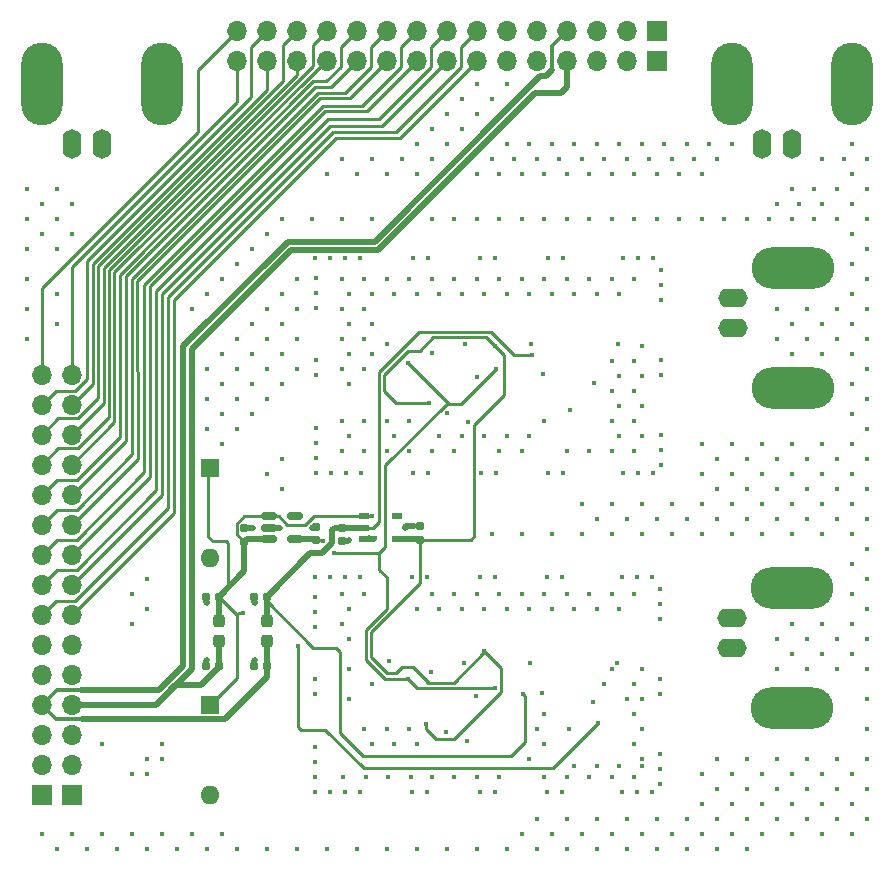
<source format=gbl>
G04 #@! TF.GenerationSoftware,KiCad,Pcbnew,7.0.7*
G04 #@! TF.CreationDate,2023-11-11T11:47:43+00:00*
G04 #@! TF.ProjectId,AD3 Front End Amplifier,41443320-4672-46f6-9e74-20456e642041,rev?*
G04 #@! TF.SameCoordinates,Original*
G04 #@! TF.FileFunction,Copper,L4,Bot*
G04 #@! TF.FilePolarity,Positive*
%FSLAX46Y46*%
G04 Gerber Fmt 4.6, Leading zero omitted, Abs format (unit mm)*
G04 Created by KiCad (PCBNEW 7.0.7) date 2023-11-11 11:47:43*
%MOMM*%
%LPD*%
G01*
G04 APERTURE LIST*
G04 Aperture macros list*
%AMRoundRect*
0 Rectangle with rounded corners*
0 $1 Rounding radius*
0 $2 $3 $4 $5 $6 $7 $8 $9 X,Y pos of 4 corners*
0 Add a 4 corners polygon primitive as box body*
4,1,4,$2,$3,$4,$5,$6,$7,$8,$9,$2,$3,0*
0 Add four circle primitives for the rounded corners*
1,1,$1+$1,$2,$3*
1,1,$1+$1,$4,$5*
1,1,$1+$1,$6,$7*
1,1,$1+$1,$8,$9*
0 Add four rect primitives between the rounded corners*
20,1,$1+$1,$2,$3,$4,$5,0*
20,1,$1+$1,$4,$5,$6,$7,0*
20,1,$1+$1,$6,$7,$8,$9,0*
20,1,$1+$1,$8,$9,$2,$3,0*%
G04 Aperture macros list end*
G04 #@! TA.AperFunction,ComponentPad*
%ADD10R,1.600000X1.600000*%
G04 #@! TD*
G04 #@! TA.AperFunction,ComponentPad*
%ADD11O,1.600000X1.600000*%
G04 #@! TD*
G04 #@! TA.AperFunction,ComponentPad*
%ADD12O,2.500000X1.600000*%
G04 #@! TD*
G04 #@! TA.AperFunction,ComponentPad*
%ADD13O,7.000000X3.500000*%
G04 #@! TD*
G04 #@! TA.AperFunction,SMDPad,CuDef*
%ADD14RoundRect,0.150000X-0.512500X-0.150000X0.512500X-0.150000X0.512500X0.150000X-0.512500X0.150000X0*%
G04 #@! TD*
G04 #@! TA.AperFunction,ComponentPad*
%ADD15R,1.700000X1.700000*%
G04 #@! TD*
G04 #@! TA.AperFunction,ComponentPad*
%ADD16O,1.700000X1.700000*%
G04 #@! TD*
G04 #@! TA.AperFunction,ComponentPad*
%ADD17O,1.600000X2.500000*%
G04 #@! TD*
G04 #@! TA.AperFunction,ComponentPad*
%ADD18O,3.500000X7.000000*%
G04 #@! TD*
G04 #@! TA.AperFunction,SMDPad,CuDef*
%ADD19R,0.900000X0.600000*%
G04 #@! TD*
G04 #@! TA.AperFunction,SMDPad,CuDef*
%ADD20RoundRect,0.237500X0.237500X-0.287500X0.237500X0.287500X-0.237500X0.287500X-0.237500X-0.287500X0*%
G04 #@! TD*
G04 #@! TA.AperFunction,SMDPad,CuDef*
%ADD21RoundRect,0.155000X0.212500X0.155000X-0.212500X0.155000X-0.212500X-0.155000X0.212500X-0.155000X0*%
G04 #@! TD*
G04 #@! TA.AperFunction,SMDPad,CuDef*
%ADD22RoundRect,0.155000X0.155000X-0.212500X0.155000X0.212500X-0.155000X0.212500X-0.155000X-0.212500X0*%
G04 #@! TD*
G04 #@! TA.AperFunction,ViaPad*
%ADD23C,0.450000*%
G04 #@! TD*
G04 #@! TA.AperFunction,Conductor*
%ADD24C,0.250000*%
G04 #@! TD*
G04 #@! TA.AperFunction,Conductor*
%ADD25C,0.349000*%
G04 #@! TD*
G04 #@! TA.AperFunction,Conductor*
%ADD26C,0.500000*%
G04 #@! TD*
G04 APERTURE END LIST*
D10*
X192024000Y-103674500D03*
D11*
X192024000Y-111294500D03*
D12*
X236270800Y-91846400D03*
D13*
X241350800Y-96926400D03*
X241350800Y-86766400D03*
D12*
X236270800Y-89306400D03*
D14*
X196982500Y-109662000D03*
X196982500Y-108712000D03*
X196982500Y-107762000D03*
X199257500Y-107762000D03*
X199257500Y-109662000D03*
D10*
X192024000Y-123698000D03*
D11*
X192024000Y-131318000D03*
D12*
X236220000Y-118872000D03*
D13*
X241300000Y-123952000D03*
X241300000Y-113792000D03*
D12*
X236220000Y-116332000D03*
D15*
X180340000Y-131318000D03*
D16*
X180340000Y-128778000D03*
X180340000Y-126238000D03*
X180340000Y-123698000D03*
X180340000Y-121158000D03*
X180340000Y-118618000D03*
X180340000Y-116078000D03*
X180340000Y-113538000D03*
X180340000Y-110998000D03*
X180340000Y-108458000D03*
X180340000Y-105918000D03*
X180340000Y-103378000D03*
X180340000Y-100838000D03*
X180340000Y-98298000D03*
X180340000Y-95758000D03*
D15*
X229870000Y-69215500D03*
D16*
X227330000Y-69215500D03*
X224790000Y-69215500D03*
X222250000Y-69215500D03*
X219710000Y-69215500D03*
X217170000Y-69215500D03*
X214630000Y-69215500D03*
X212090000Y-69215500D03*
X209550000Y-69215500D03*
X207010000Y-69215500D03*
X204470000Y-69215500D03*
X201930000Y-69215500D03*
X199390000Y-69215500D03*
X196850000Y-69215500D03*
X194310000Y-69215500D03*
D15*
X177793200Y-131328000D03*
D16*
X177793200Y-128788000D03*
X177793200Y-126248000D03*
X177793200Y-123708000D03*
X177793200Y-121168000D03*
X177793200Y-118628000D03*
X177793200Y-116088000D03*
X177793200Y-113548000D03*
X177793200Y-111008000D03*
X177793200Y-108468000D03*
X177793200Y-105928000D03*
X177793200Y-103388000D03*
X177793200Y-100848000D03*
X177793200Y-98308000D03*
X177793200Y-95768000D03*
X194310000Y-66675000D03*
X196850000Y-66675000D03*
X199390000Y-66675000D03*
X201930000Y-66675000D03*
X204470000Y-66675000D03*
X207010000Y-66675000D03*
X209550000Y-66675000D03*
X212090000Y-66675000D03*
X214630000Y-66675000D03*
X217170000Y-66675000D03*
X219710000Y-66675000D03*
X222250000Y-66675000D03*
X224790000Y-66675000D03*
X227330000Y-66675000D03*
D15*
X229870000Y-66675000D03*
D17*
X180340000Y-76200000D03*
D18*
X177800000Y-71120000D03*
X187960000Y-71120000D03*
D17*
X182880000Y-76200000D03*
X241300000Y-76200000D03*
D18*
X246380000Y-71120000D03*
X236220000Y-71120000D03*
D17*
X238760000Y-76200000D03*
D19*
X205099000Y-109662000D03*
X205099000Y-108712000D03*
X205099000Y-107762000D03*
X207899000Y-107762000D03*
X207899000Y-109662000D03*
D20*
X192786000Y-118336000D03*
X192786000Y-116586000D03*
X196850000Y-118336000D03*
X196850000Y-116586000D03*
D21*
X192786000Y-114554000D03*
X191651000Y-114554000D03*
X192786000Y-120396000D03*
X191651000Y-120396000D03*
X196850000Y-114554000D03*
X195715000Y-114554000D03*
X196850000Y-120396000D03*
X195715000Y-120396000D03*
D22*
X209801000Y-109728000D03*
X209801000Y-108593000D03*
X201041000Y-109787500D03*
X201041000Y-108652500D03*
X194945000Y-109914500D03*
X194945000Y-108779500D03*
X203197000Y-109847000D03*
X203197000Y-108712000D03*
D23*
X190500000Y-134620000D03*
X187960000Y-134620000D03*
X180340000Y-134620000D03*
X193040000Y-134620000D03*
X182880000Y-134620000D03*
X177800000Y-134620000D03*
X185420000Y-134620000D03*
X194310000Y-135890000D03*
X191770000Y-135890000D03*
X184150000Y-135890000D03*
X196850000Y-135890000D03*
X186690000Y-135890000D03*
X181610000Y-135890000D03*
X189230000Y-135890000D03*
X179070000Y-135890000D03*
X234950000Y-135890000D03*
X232410000Y-135890000D03*
X224790000Y-135890000D03*
X237490000Y-135890000D03*
X227330000Y-135890000D03*
X222250000Y-135890000D03*
X229870000Y-135890000D03*
X219710000Y-135890000D03*
X214630000Y-135890000D03*
X212090000Y-135890000D03*
X204470000Y-135890000D03*
X217170000Y-135890000D03*
X207010000Y-135890000D03*
X201930000Y-135890000D03*
X209550000Y-135890000D03*
X199390000Y-135890000D03*
X245745000Y-77470000D03*
X243840000Y-77470000D03*
X247650000Y-77470000D03*
X243205000Y-80010000D03*
X241300000Y-80010000D03*
X245110000Y-80010000D03*
X241935000Y-81280000D03*
X240030000Y-81280000D03*
X243840000Y-81280000D03*
X234315000Y-76200000D03*
X222885000Y-76200000D03*
X236220000Y-76200000D03*
X219075000Y-76200000D03*
X224790000Y-76200000D03*
X217170000Y-76200000D03*
X226695000Y-76200000D03*
X220980000Y-76200000D03*
X230505000Y-76200000D03*
X232410000Y-76200000D03*
X228600000Y-76200000D03*
X233045000Y-77470000D03*
X221615000Y-77470000D03*
X234950000Y-77470000D03*
X217805000Y-77470000D03*
X223520000Y-77470000D03*
X215900000Y-77470000D03*
X225425000Y-77470000D03*
X219710000Y-77470000D03*
X229235000Y-77470000D03*
X231140000Y-77470000D03*
X227330000Y-77470000D03*
X231775000Y-78740000D03*
X220345000Y-78740000D03*
X233680000Y-78740000D03*
X216535000Y-78740000D03*
X222250000Y-78740000D03*
X214630000Y-78740000D03*
X224155000Y-78740000D03*
X218440000Y-78740000D03*
X227965000Y-78740000D03*
X229870000Y-78740000D03*
X226060000Y-78740000D03*
X239395000Y-82550000D03*
X245110000Y-82550000D03*
X241300000Y-82550000D03*
X243205000Y-82550000D03*
X237490000Y-82550000D03*
X214630000Y-82550000D03*
X210820000Y-82550000D03*
X218440000Y-82550000D03*
X212725000Y-82550000D03*
X229870000Y-82550000D03*
X235585000Y-82550000D03*
X231775000Y-82550000D03*
X220345000Y-82550000D03*
X224155000Y-82550000D03*
X227965000Y-82550000D03*
X222250000Y-82550000D03*
X216535000Y-82550000D03*
X226060000Y-82550000D03*
X233680000Y-82550000D03*
X217170000Y-71120000D03*
X214630000Y-71120000D03*
X215900000Y-72390000D03*
X214630000Y-73660000D03*
X212090000Y-76200000D03*
X213360000Y-74930000D03*
X213360000Y-72390000D03*
X212090000Y-73660000D03*
X210820000Y-74930000D03*
X209550000Y-76200000D03*
X203200000Y-77470000D03*
X205740000Y-77470000D03*
X208280000Y-77470000D03*
X210820000Y-77470000D03*
X209550000Y-78740000D03*
X207010000Y-78740000D03*
X201930000Y-78740000D03*
X204470000Y-78740000D03*
X205740000Y-82550000D03*
X203200000Y-82550000D03*
X200660000Y-82550000D03*
X198120000Y-82550000D03*
X196850000Y-83820000D03*
X195580000Y-85090000D03*
X194310000Y-86360000D03*
X193040000Y-87630000D03*
X191770000Y-88900000D03*
X190500000Y-90170000D03*
X179070000Y-91440000D03*
X179070000Y-88900000D03*
X176530000Y-87630000D03*
X176530000Y-90170000D03*
X176530000Y-92710000D03*
X179070000Y-85090000D03*
X176530000Y-85090000D03*
X180340000Y-83820000D03*
X177800000Y-83820000D03*
X176530000Y-82550000D03*
X176530000Y-80010000D03*
X180340000Y-81280000D03*
X179070000Y-80010000D03*
X177800000Y-81280000D03*
X179070000Y-82550000D03*
X185420000Y-129540000D03*
X186690000Y-129540000D03*
X186690000Y-128270000D03*
X187960000Y-128270000D03*
X187960000Y-127000000D03*
X182880000Y-127000000D03*
X185420000Y-116840000D03*
X185420000Y-114300000D03*
X186690000Y-115570000D03*
X186690000Y-113030000D03*
X196850000Y-104140000D03*
X198120000Y-105410000D03*
X198120000Y-102870000D03*
X246380000Y-116840000D03*
X241300000Y-116840000D03*
X243840000Y-116840000D03*
X247650000Y-125730000D03*
X247650000Y-120650000D03*
X247650000Y-123190000D03*
X247650000Y-115570000D03*
X247650000Y-118110000D03*
X247650000Y-110490000D03*
X246380000Y-114300000D03*
X246380000Y-111760000D03*
X247650000Y-113030000D03*
X246380000Y-99060000D03*
X246380000Y-96520000D03*
X246380000Y-76200000D03*
X246380000Y-78740000D03*
X246380000Y-81280000D03*
X246380000Y-83820000D03*
X246380000Y-86360000D03*
X246380000Y-88900000D03*
X247650000Y-80010000D03*
X247650000Y-82550000D03*
X247650000Y-85090000D03*
X247650000Y-87630000D03*
X247650000Y-90170000D03*
X247650000Y-92710000D03*
X247650000Y-95250000D03*
X247650000Y-97790000D03*
X247650000Y-100330000D03*
X243840000Y-91440000D03*
X242570000Y-92710000D03*
X240030000Y-92710000D03*
X245110000Y-90170000D03*
X243840000Y-93980000D03*
X240030000Y-90170000D03*
X246380000Y-93980000D03*
X246380000Y-91440000D03*
X241300000Y-91440000D03*
X241300000Y-93980000D03*
X245110000Y-92710000D03*
X242570000Y-90170000D03*
X245110000Y-120650000D03*
X240030000Y-120650000D03*
X242570000Y-120650000D03*
X242570000Y-118110000D03*
X245110000Y-118110000D03*
X241300000Y-119380000D03*
X243840000Y-119380000D03*
X246380000Y-119380000D03*
X240030000Y-118110000D03*
X199390000Y-87630000D03*
X198120000Y-88900000D03*
X199390000Y-90170000D03*
X196850000Y-90170000D03*
X198120000Y-91440000D03*
X195580000Y-91440000D03*
X193040000Y-101600000D03*
X191770000Y-100330000D03*
X194310000Y-100330000D03*
X191770000Y-97790000D03*
X193040000Y-99060000D03*
X196850000Y-97790000D03*
X194310000Y-97790000D03*
X195580000Y-99060000D03*
X193040000Y-93980000D03*
X198120000Y-93980000D03*
X199390000Y-92710000D03*
X195580000Y-93980000D03*
X194310000Y-92710000D03*
X196850000Y-92710000D03*
X195580000Y-96520000D03*
X198120000Y-96520000D03*
X193040000Y-96520000D03*
X194310000Y-95250000D03*
X196850000Y-95250000D03*
X199390000Y-95250000D03*
X191770000Y-95250000D03*
X218440000Y-109220000D03*
X215900000Y-109220000D03*
X220980000Y-109220000D03*
X228600000Y-109220000D03*
X229870000Y-107950000D03*
X231140000Y-109220000D03*
X224790000Y-107950000D03*
X228600000Y-106680000D03*
X223520000Y-106680000D03*
X226060000Y-109220000D03*
X232410000Y-107950000D03*
X231140000Y-106680000D03*
X226060000Y-106680000D03*
X227330000Y-107950000D03*
X223520000Y-109220000D03*
X229870000Y-133350000D03*
X224790000Y-133350000D03*
X232410000Y-133350000D03*
X219710000Y-133350000D03*
X227330000Y-133350000D03*
X222250000Y-133350000D03*
X218440000Y-134620000D03*
X226060000Y-134620000D03*
X223520000Y-134620000D03*
X220980000Y-134620000D03*
X231140000Y-134620000D03*
X228600000Y-134620000D03*
X240030000Y-133350000D03*
X234950000Y-133350000D03*
X237490000Y-133350000D03*
X242570000Y-133350000D03*
X245110000Y-133350000D03*
X247650000Y-133350000D03*
X236220000Y-134620000D03*
X238760000Y-134620000D03*
X241300000Y-134620000D03*
X243840000Y-134620000D03*
X246380000Y-134620000D03*
X233680000Y-134620000D03*
X240030000Y-130810000D03*
X234950000Y-130810000D03*
X237490000Y-130810000D03*
X242570000Y-130810000D03*
X245110000Y-130810000D03*
X247650000Y-130810000D03*
X236220000Y-132080000D03*
X238760000Y-132080000D03*
X241300000Y-132080000D03*
X243840000Y-132080000D03*
X246380000Y-132080000D03*
X233680000Y-132080000D03*
X240030000Y-128270000D03*
X234950000Y-128270000D03*
X237490000Y-128270000D03*
X242570000Y-128270000D03*
X245110000Y-128270000D03*
X247650000Y-128270000D03*
X236220000Y-129540000D03*
X238760000Y-129540000D03*
X241300000Y-129540000D03*
X243840000Y-129540000D03*
X246380000Y-129540000D03*
X233680000Y-129540000D03*
X240030000Y-107950000D03*
X234950000Y-107950000D03*
X237490000Y-107950000D03*
X242570000Y-107950000D03*
X245110000Y-107950000D03*
X247650000Y-107950000D03*
X236220000Y-109220000D03*
X238760000Y-109220000D03*
X241300000Y-109220000D03*
X243840000Y-109220000D03*
X246380000Y-109220000D03*
X233680000Y-109220000D03*
X240030000Y-105410000D03*
X234950000Y-105410000D03*
X237490000Y-105410000D03*
X242570000Y-105410000D03*
X245110000Y-105410000D03*
X247650000Y-105410000D03*
X236220000Y-106680000D03*
X238760000Y-106680000D03*
X241300000Y-106680000D03*
X243840000Y-106680000D03*
X246380000Y-106680000D03*
X233680000Y-106680000D03*
X243840000Y-104140000D03*
X233680000Y-104140000D03*
X241300000Y-104140000D03*
X236220000Y-104140000D03*
X238760000Y-104140000D03*
X246380000Y-104140000D03*
X245110000Y-102870000D03*
X234950000Y-102870000D03*
X242570000Y-102870000D03*
X237490000Y-102870000D03*
X240030000Y-102870000D03*
X247650000Y-102870000D03*
X246380000Y-101600000D03*
X243840000Y-101600000D03*
X241300000Y-101600000D03*
X238760000Y-101600000D03*
X236220000Y-101600000D03*
X233680000Y-101600000D03*
X227330000Y-123190000D03*
X226060000Y-120650000D03*
X225425000Y-121920000D03*
X220345000Y-124460000D03*
X219710000Y-125730000D03*
X220345000Y-127000000D03*
X219075000Y-128270000D03*
X208915000Y-125730000D03*
X207010000Y-125730000D03*
X205105000Y-125730000D03*
X209550000Y-127000000D03*
X207645000Y-127000000D03*
X205740000Y-127000000D03*
X227965000Y-121920000D03*
X228600000Y-125730000D03*
X227965000Y-124460000D03*
X228600000Y-123190000D03*
X228600000Y-128270000D03*
X227965000Y-127000000D03*
X228600000Y-120650000D03*
X228600000Y-128905000D03*
X222885000Y-128905000D03*
X226695000Y-128905000D03*
X224790000Y-128905000D03*
X207137000Y-129794000D03*
X209042000Y-129794000D03*
X205232000Y-129794000D03*
X203327000Y-129794000D03*
X210820000Y-129794000D03*
X227965000Y-129794000D03*
X224155000Y-129794000D03*
X220345000Y-129794000D03*
X214630000Y-129794000D03*
X222250000Y-129794000D03*
X226060000Y-129794000D03*
X212725000Y-129794000D03*
X216535000Y-129794000D03*
X203835000Y-120650000D03*
X203200000Y-116840000D03*
X203835000Y-118110000D03*
X205740000Y-121920000D03*
X203835000Y-123190000D03*
X203200000Y-114300000D03*
X222885000Y-115570000D03*
X211455000Y-115570000D03*
X224790000Y-115570000D03*
X209550000Y-115570000D03*
X210820000Y-114300000D03*
X213360000Y-115570000D03*
X217170000Y-115570000D03*
X226695000Y-115570000D03*
X205105000Y-114300000D03*
X220980000Y-115570000D03*
X219075000Y-115570000D03*
X222250000Y-114300000D03*
X227965000Y-114300000D03*
X224155000Y-114300000D03*
X212725000Y-114300000D03*
X216535000Y-114300000D03*
X203835000Y-115570000D03*
X220345000Y-114300000D03*
X214630000Y-114300000D03*
X218440000Y-114300000D03*
X226060000Y-114300000D03*
X215265000Y-115570000D03*
X228600000Y-93345000D03*
X226060000Y-94615000D03*
X227965000Y-94615000D03*
X227965000Y-97155000D03*
X226060000Y-97155000D03*
X228600000Y-95885000D03*
X226695000Y-95885000D03*
X227965000Y-99695000D03*
X226060000Y-99695000D03*
X228600000Y-98425000D03*
X226695000Y-98425000D03*
X228600000Y-100965000D03*
X226695000Y-100965000D03*
X220345000Y-99695000D03*
X215265000Y-100965000D03*
X219075000Y-100965000D03*
X217170000Y-100965000D03*
X213360000Y-100965000D03*
X211455000Y-100965000D03*
X208915000Y-99695000D03*
X207010000Y-99695000D03*
X207645000Y-100965000D03*
X207010000Y-102235000D03*
X210820000Y-102235000D03*
X222250000Y-102235000D03*
X227965000Y-102235000D03*
X224155000Y-102235000D03*
X212725000Y-102235000D03*
X216535000Y-102235000D03*
X208915000Y-102235000D03*
X218440000Y-102235000D03*
X226060000Y-102235000D03*
X203200000Y-99695000D03*
X203200000Y-102235000D03*
X205105000Y-102235000D03*
X205105000Y-99695000D03*
X203835000Y-100965000D03*
X203200000Y-95250000D03*
X205105000Y-95250000D03*
X203835000Y-96520000D03*
X203200000Y-92710000D03*
X205105000Y-92710000D03*
X203835000Y-93980000D03*
X205740000Y-93980000D03*
X203200000Y-90170000D03*
X205105000Y-90170000D03*
X203835000Y-91440000D03*
X205740000Y-91440000D03*
X207645000Y-88900000D03*
X203835000Y-88900000D03*
X211455000Y-88900000D03*
X205740000Y-88900000D03*
X222885000Y-88900000D03*
X224790000Y-88900000D03*
X213360000Y-88900000D03*
X217170000Y-88900000D03*
X220980000Y-88900000D03*
X215265000Y-88900000D03*
X209550000Y-88900000D03*
X219075000Y-88900000D03*
X226695000Y-88900000D03*
X227965000Y-87630000D03*
X222250000Y-87630000D03*
X226060000Y-87630000D03*
X224155000Y-87630000D03*
X220345000Y-87630000D03*
X218440000Y-87630000D03*
X216535000Y-87630000D03*
X214630000Y-87630000D03*
X212725000Y-87630000D03*
X210820000Y-87630000D03*
X208915000Y-87630000D03*
X207010000Y-87630000D03*
X205105000Y-87630000D03*
X203200000Y-87630000D03*
X194818000Y-115951000D03*
X199517000Y-118745000D03*
X224917000Y-125222000D03*
X205756500Y-107737500D03*
X219329000Y-94107000D03*
X201580056Y-109886056D03*
X202565000Y-110871000D03*
X218567000Y-122809000D03*
X210566000Y-98171000D03*
X216154000Y-93345000D03*
X210312000Y-125349000D03*
X215265000Y-119126000D03*
X208788000Y-94742000D03*
X216281000Y-95250000D03*
X216154000Y-122301000D03*
X208788000Y-121539000D03*
X208534000Y-108712000D03*
X203835000Y-109728000D03*
X205962500Y-109601000D03*
X200660000Y-108712000D03*
X195707000Y-108712000D03*
X197993000Y-108712000D03*
X195834000Y-119888000D03*
X191770000Y-119888000D03*
X191770000Y-115062000D03*
X195834000Y-115062000D03*
X226558450Y-93167200D03*
X219192450Y-93167200D03*
X213604450Y-93167200D03*
X214620450Y-95961200D03*
X212080450Y-99009200D03*
X213858450Y-99771200D03*
X210810450Y-93929200D03*
X220208450Y-95707200D03*
X224526450Y-96469200D03*
X222494450Y-98755200D03*
X207025850Y-93192600D03*
X200964800Y-87543600D03*
X200964800Y-88813600D03*
X200964800Y-90083600D03*
X200964800Y-94528600D03*
X200964800Y-95798600D03*
X200964800Y-100243600D03*
X200964800Y-101513600D03*
X200964800Y-102783600D03*
X200964800Y-104053600D03*
X202234800Y-104053600D03*
X203504800Y-104053600D03*
X204774800Y-104053600D03*
X209219800Y-104053600D03*
X210489800Y-104053600D03*
X214934800Y-104053600D03*
X216204800Y-104053600D03*
X220649800Y-104053600D03*
X221919800Y-104053600D03*
X226999800Y-104053600D03*
X228269800Y-104053600D03*
X229539800Y-104053600D03*
X230174800Y-103418600D03*
X230174800Y-102148600D03*
X230174800Y-100878600D03*
X230174800Y-95798600D03*
X230174800Y-94528600D03*
X230174800Y-89448600D03*
X230174800Y-88178600D03*
X230174800Y-86908600D03*
X200939400Y-85867200D03*
X202209400Y-85867200D03*
X221894400Y-85867200D03*
X204749400Y-85867200D03*
X203479400Y-85867200D03*
X210464400Y-85867200D03*
X214909400Y-85867200D03*
X216179400Y-85867200D03*
X220624400Y-85867200D03*
X209194400Y-85867200D03*
X229514400Y-85867200D03*
X228244400Y-85867200D03*
X226974400Y-85867200D03*
X226558450Y-93167200D03*
X219192450Y-93167200D03*
X213604450Y-93167200D03*
X214620450Y-95961200D03*
X212080450Y-99009200D03*
X213858450Y-99771200D03*
X210810450Y-93929200D03*
X220208450Y-95707200D03*
X224526450Y-96469200D03*
X222494450Y-98755200D03*
X207025850Y-93192600D03*
X200964800Y-87543600D03*
X200964800Y-88813600D03*
X200964800Y-90083600D03*
X200964800Y-94528600D03*
X200964800Y-95798600D03*
X200964800Y-100243600D03*
X200964800Y-101513600D03*
X200964800Y-102783600D03*
X200964800Y-104053600D03*
X202234800Y-104053600D03*
X203504800Y-104053600D03*
X204774800Y-104053600D03*
X209219800Y-104053600D03*
X210489800Y-104053600D03*
X214934800Y-104053600D03*
X216204800Y-104053600D03*
X220649800Y-104053600D03*
X221919800Y-104053600D03*
X226999800Y-104053600D03*
X228269800Y-104053600D03*
X229539800Y-104053600D03*
X230174800Y-103418600D03*
X230174800Y-102148600D03*
X230174800Y-100878600D03*
X230174800Y-95798600D03*
X230174800Y-94528600D03*
X230174800Y-89448600D03*
X230174800Y-88178600D03*
X230174800Y-86908600D03*
X200939400Y-85867200D03*
X202209400Y-85867200D03*
X221894400Y-85867200D03*
X204749400Y-85867200D03*
X203479400Y-85867200D03*
X210464400Y-85867200D03*
X214909400Y-85867200D03*
X216179400Y-85867200D03*
X220624400Y-85867200D03*
X209194400Y-85867200D03*
X229514400Y-85867200D03*
X228244400Y-85867200D03*
X226974400Y-85867200D03*
X226923600Y-112892800D03*
X228193600Y-112892800D03*
X229463600Y-112892800D03*
X209143600Y-112892800D03*
X220573600Y-112892800D03*
X216128600Y-112892800D03*
X214858600Y-112892800D03*
X210413600Y-112892800D03*
X203428600Y-112892800D03*
X204698600Y-112892800D03*
X221843600Y-112892800D03*
X202158600Y-112892800D03*
X200888600Y-112892800D03*
X230124000Y-113934200D03*
X230124000Y-115204200D03*
X230124000Y-116474200D03*
X230124000Y-121554200D03*
X230124000Y-122824200D03*
X230124000Y-127904200D03*
X230124000Y-129174200D03*
X230124000Y-130444200D03*
X229489000Y-131079200D03*
X228219000Y-131079200D03*
X226949000Y-131079200D03*
X221869000Y-131079200D03*
X220599000Y-131079200D03*
X216154000Y-131079200D03*
X214884000Y-131079200D03*
X210439000Y-131079200D03*
X209169000Y-131079200D03*
X204724000Y-131079200D03*
X203454000Y-131079200D03*
X202184000Y-131079200D03*
X200914000Y-131079200D03*
X200914000Y-129809200D03*
X200914000Y-128539200D03*
X200914000Y-127269200D03*
X200914000Y-122824200D03*
X200914000Y-121554200D03*
X200914000Y-117109200D03*
X200914000Y-115839200D03*
X200914000Y-114569200D03*
X207162400Y-119989600D03*
X222443650Y-125780800D03*
X224475650Y-123494800D03*
X220157650Y-122732800D03*
X210759650Y-120954800D03*
X213807650Y-126796800D03*
X212029650Y-126034800D03*
X214569650Y-122986800D03*
X213553650Y-120192800D03*
X219141650Y-120192800D03*
X226507650Y-120192800D03*
D24*
X217805000Y-94107000D02*
X219329000Y-94107000D01*
X215831000Y-92133000D02*
X217805000Y-94107000D01*
X206306000Y-95571604D02*
X209744604Y-92133000D01*
X206306000Y-108205000D02*
X206306000Y-95571604D01*
X205799000Y-108712000D02*
X206306000Y-108205000D01*
X209744604Y-92133000D02*
X215831000Y-92133000D01*
X205099000Y-108712000D02*
X205799000Y-108712000D01*
X206756000Y-97155000D02*
X207772000Y-98171000D01*
X208788000Y-93726000D02*
X206756000Y-95758000D01*
X210947000Y-92583000D02*
X209804000Y-93726000D01*
X206756000Y-95758000D02*
X206756000Y-97155000D01*
X215392000Y-92583000D02*
X210947000Y-92583000D01*
X216154000Y-93345000D02*
X215392000Y-92583000D01*
X209804000Y-93726000D02*
X208788000Y-93726000D01*
X207772000Y-98171000D02*
X210566000Y-98171000D01*
X205682000Y-119701604D02*
X205682000Y-117534396D01*
X209801000Y-113415396D02*
X209801000Y-109728000D01*
X207011396Y-121031000D02*
X205682000Y-119701604D01*
X205682000Y-117534396D02*
X209801000Y-113415396D01*
X207772000Y-121031000D02*
X207011396Y-121031000D01*
X209238000Y-120523000D02*
X208280000Y-120523000D01*
X210566000Y-121851000D02*
X209238000Y-120523000D01*
X208280000Y-120523000D02*
X207772000Y-121031000D01*
X206883000Y-121539000D02*
X208788000Y-121539000D01*
X205232000Y-119888000D02*
X206883000Y-121539000D01*
X207010000Y-112903000D02*
X207010000Y-115570000D01*
X206375000Y-112268000D02*
X207010000Y-112903000D01*
X206375000Y-110871000D02*
X206375000Y-112268000D01*
X207010000Y-115570000D02*
X205232000Y-117348000D01*
X205232000Y-117348000D02*
X205232000Y-119888000D01*
X210566000Y-121851000D02*
X212673268Y-121851000D01*
X210439000Y-121851000D02*
X210566000Y-121851000D01*
X215265000Y-119259268D02*
X215265000Y-119126000D01*
X212673268Y-121851000D02*
X215265000Y-119259268D01*
X214122000Y-109728000D02*
X209801000Y-109728000D01*
X214384800Y-100022668D02*
X214384800Y-109465200D01*
X216916000Y-97491468D02*
X214384800Y-100022668D01*
X216916000Y-94107000D02*
X216916000Y-97491468D01*
X214384800Y-109465200D02*
X214122000Y-109728000D01*
X216154000Y-93345000D02*
X216916000Y-94107000D01*
X193548000Y-113792000D02*
X192786000Y-114554000D01*
X193548000Y-109982000D02*
X193548000Y-113792000D01*
X193421000Y-109855000D02*
X193548000Y-109982000D01*
X191897000Y-109474000D02*
X192278000Y-109855000D01*
X192278000Y-109855000D02*
X193421000Y-109855000D01*
X191897000Y-103801500D02*
X191897000Y-109474000D01*
X192024000Y-103674500D02*
X191897000Y-103801500D01*
D25*
X179073200Y-122428000D02*
X181102000Y-122428000D01*
X177793200Y-123708000D02*
X179073200Y-122428000D01*
D26*
X187706000Y-122428000D02*
X181102000Y-122428000D01*
X189738000Y-120396000D02*
X187706000Y-122428000D01*
X198616850Y-84492200D02*
X189738000Y-93371050D01*
X205983350Y-84492200D02*
X205613000Y-84492200D01*
X189738000Y-93371050D02*
X189738000Y-120396000D01*
X217945275Y-72530275D02*
X205983350Y-84492200D01*
X220487000Y-70515500D02*
X219960050Y-70515500D01*
X219960050Y-70515500D02*
X217945275Y-72530275D01*
X221025500Y-69977000D02*
X220487000Y-70515500D01*
X205613000Y-84492200D02*
X198616850Y-84492200D01*
D25*
X221025500Y-67899500D02*
X221025500Y-69977000D01*
X222250000Y-66675000D02*
X221025500Y-67899500D01*
D26*
X222250000Y-71374000D02*
X221742000Y-71882000D01*
X222250000Y-69215500D02*
X222250000Y-71374000D01*
X190500000Y-120650000D02*
X187452000Y-123698000D01*
X190500000Y-93599000D02*
X190500000Y-120650000D01*
X206273300Y-85192200D02*
X198906800Y-85192200D01*
X219583500Y-71882000D02*
X206273300Y-85192200D01*
X198906800Y-85192200D02*
X190500000Y-93599000D01*
X221742000Y-71882000D02*
X219583500Y-71882000D01*
D24*
X194437000Y-115951000D02*
X194310000Y-116078000D01*
X194818000Y-115951000D02*
X194437000Y-115951000D01*
X199517000Y-125603000D02*
X199517000Y-118745000D01*
X199771000Y-125857000D02*
X199517000Y-125603000D01*
X201803000Y-125857000D02*
X199771000Y-125857000D01*
X205035200Y-129089200D02*
X201803000Y-125857000D01*
X221049800Y-129089200D02*
X205035200Y-129089200D01*
X224917000Y-125222000D02*
X221049800Y-129089200D01*
X205123500Y-107737500D02*
X205099000Y-107762000D01*
X205756500Y-107737500D02*
X205123500Y-107737500D01*
X206883000Y-103428832D02*
X206883000Y-110363000D01*
X206883000Y-110363000D02*
X206375000Y-110871000D01*
X212089282Y-98222550D02*
X206883000Y-103428832D01*
X212268550Y-98222550D02*
X212089282Y-98222550D01*
X201041000Y-109787500D02*
X201481500Y-109787500D01*
X201481500Y-109787500D02*
X201580056Y-109886056D01*
X202565000Y-110871000D02*
X202692000Y-110871000D01*
X206375000Y-110871000D02*
X202565000Y-110871000D01*
X197856173Y-107762000D02*
X196982500Y-107762000D01*
X198552173Y-108458000D02*
X197856173Y-107762000D01*
X200796828Y-107762000D02*
X200100828Y-108458000D01*
X205099000Y-107762000D02*
X200796828Y-107762000D01*
X200100828Y-108458000D02*
X198552173Y-108458000D01*
D26*
X200719500Y-108652500D02*
X200660000Y-108712000D01*
X201041000Y-108652500D02*
X200719500Y-108652500D01*
X200915500Y-109662000D02*
X201041000Y-109787500D01*
X199257500Y-109662000D02*
X200915500Y-109662000D01*
X202603901Y-108712000D02*
X204594000Y-108712000D01*
X202378000Y-110042000D02*
X202378000Y-108937901D01*
X201549000Y-110871000D02*
X202378000Y-110042000D01*
X196850000Y-114554000D02*
X200533000Y-110871000D01*
X200533000Y-110871000D02*
X201549000Y-110871000D01*
X202378000Y-108937901D02*
X202603901Y-108712000D01*
D24*
X209801000Y-109728000D02*
X209801000Y-110233000D01*
D26*
X209735000Y-109662000D02*
X207899000Y-109662000D01*
X209801000Y-109728000D02*
X209735000Y-109662000D01*
X208653000Y-108593000D02*
X208534000Y-108712000D01*
X209296000Y-108593000D02*
X208653000Y-108593000D01*
X203716000Y-109847000D02*
X203197000Y-109847000D01*
X203835000Y-109728000D02*
X203716000Y-109847000D01*
D24*
X218694000Y-122936000D02*
X218567000Y-122809000D01*
X218694000Y-126873000D02*
X218694000Y-122936000D01*
X203073000Y-119253000D02*
X203073000Y-126111000D01*
X202692000Y-118872000D02*
X203073000Y-119253000D01*
X203073000Y-126111000D02*
X204978000Y-128016000D01*
X217551000Y-128016000D02*
X218694000Y-126873000D01*
X200787000Y-118872000D02*
X202692000Y-118872000D01*
X196850000Y-114935000D02*
X200787000Y-118872000D01*
X196850000Y-114554000D02*
X196850000Y-114935000D01*
X204978000Y-128016000D02*
X217551000Y-128016000D01*
X211201000Y-126619000D02*
X210312000Y-125730000D01*
X212725000Y-126619000D02*
X211201000Y-126619000D01*
X210312000Y-125730000D02*
X210312000Y-125349000D01*
X216704000Y-122640000D02*
X212725000Y-126619000D01*
X216704000Y-120565000D02*
X216704000Y-122640000D01*
X215265000Y-119126000D02*
X216704000Y-120565000D01*
X212268550Y-98222550D02*
X208788000Y-94742000D01*
X213308450Y-98222550D02*
X212268550Y-98222550D01*
X213308450Y-98222550D02*
X216281000Y-95250000D01*
X209550000Y-122301000D02*
X216154000Y-122301000D01*
X208788000Y-121539000D02*
X209550000Y-122301000D01*
D26*
X196850000Y-121372000D02*
X196850000Y-120396000D01*
X193274000Y-124948000D02*
X196850000Y-121372000D01*
X181209000Y-124948000D02*
X193274000Y-124948000D01*
X181183500Y-124922500D02*
X181209000Y-124948000D01*
D25*
X181183500Y-124922500D02*
X181229000Y-124968000D01*
X179007700Y-124922500D02*
X181183500Y-124922500D01*
X177793200Y-123708000D02*
X179007700Y-124922500D01*
D26*
X192786000Y-120484099D02*
X192786000Y-120396000D01*
X191223099Y-122047000D02*
X192786000Y-120484099D01*
X189103000Y-122047000D02*
X191223099Y-122047000D01*
X187452000Y-123698000D02*
X189103000Y-122047000D01*
X180340000Y-123698000D02*
X187452000Y-123698000D01*
X205425000Y-109662000D02*
X205486000Y-109601000D01*
X205070500Y-109662000D02*
X205901500Y-109662000D01*
D24*
X194310000Y-109279500D02*
X194945000Y-109914500D01*
X194310000Y-108368177D02*
X194310000Y-109279500D01*
X194916177Y-107762000D02*
X194310000Y-108368177D01*
X196982500Y-107762000D02*
X194916177Y-107762000D01*
D26*
X194945000Y-112395000D02*
X192786000Y-114554000D01*
X194945000Y-109914500D02*
X194945000Y-112395000D01*
X195197500Y-109662000D02*
X194945000Y-109914500D01*
X196982500Y-109662000D02*
X195197500Y-109662000D01*
X194945000Y-108712000D02*
X195707000Y-108712000D01*
X196982500Y-108712000D02*
X197993000Y-108712000D01*
D24*
X194310000Y-121412000D02*
X192024000Y-123698000D01*
X194310000Y-116078000D02*
X194310000Y-121412000D01*
X192786000Y-114554000D02*
X194310000Y-116078000D01*
D26*
X195715000Y-120007000D02*
X195834000Y-119888000D01*
X195715000Y-120396000D02*
X195715000Y-120007000D01*
X191651000Y-120007000D02*
X191770000Y-119888000D01*
X191651000Y-120396000D02*
X191651000Y-120007000D01*
X191651000Y-114943000D02*
X191770000Y-115062000D01*
X191651000Y-114554000D02*
X191651000Y-114943000D01*
X195715000Y-114943000D02*
X195834000Y-115062000D01*
X195715000Y-114554000D02*
X195715000Y-114943000D01*
X192786000Y-118336000D02*
X192786000Y-120396000D01*
X192786000Y-116586000D02*
X192786000Y-114554000D01*
X196850000Y-116586000D02*
X196850000Y-114554000D01*
X196850000Y-118336000D02*
X196850000Y-120396000D01*
D24*
X208153500Y-75692000D02*
X214630000Y-69215500D01*
X188976000Y-89408000D02*
X202692000Y-75692000D01*
X188976000Y-107442000D02*
X188976000Y-89408000D01*
X202692000Y-75692000D02*
X208153500Y-75692000D01*
X180340000Y-116078000D02*
X188976000Y-107442000D01*
X180636701Y-114903000D02*
X178978200Y-114903000D01*
X188468000Y-107071701D02*
X180636701Y-114903000D01*
X188468000Y-89154000D02*
X188468000Y-107071701D01*
X178978200Y-114903000D02*
X177793200Y-116088000D01*
X202438000Y-75184000D02*
X188468000Y-89154000D01*
X207783201Y-75184000D02*
X202438000Y-75184000D01*
X213265000Y-69702201D02*
X207783201Y-75184000D01*
X213265000Y-68040000D02*
X213265000Y-69702201D01*
X214630000Y-66675000D02*
X213265000Y-68040000D01*
X202184000Y-74676000D02*
X206629500Y-74676000D01*
X187960000Y-88900000D02*
X202184000Y-74676000D01*
X187960000Y-105918000D02*
X187960000Y-88900000D01*
X206629500Y-74676000D02*
X212090000Y-69215500D01*
X180340000Y-113538000D02*
X187960000Y-105918000D01*
X179073200Y-112268000D02*
X177793200Y-113548000D01*
X187452000Y-88646000D02*
X187452000Y-105547701D01*
X187452000Y-105547701D02*
X180731701Y-112268000D01*
X206326805Y-74100396D02*
X201997604Y-74100396D01*
X180731701Y-112268000D02*
X179073200Y-112268000D01*
X210725000Y-69702201D02*
X206326805Y-74100396D01*
X210725000Y-68040000D02*
X210725000Y-69702201D01*
X201997604Y-74100396D02*
X187452000Y-88646000D01*
X212090000Y-66675000D02*
X210725000Y-68040000D01*
X179073200Y-109728000D02*
X177793200Y-111008000D01*
X180731701Y-109728000D02*
X179073200Y-109728000D01*
X186436000Y-104023701D02*
X180731701Y-109728000D01*
X186436000Y-88138000D02*
X186436000Y-104023701D01*
X204867003Y-73020198D02*
X201553802Y-73020198D01*
X201553802Y-73020198D02*
X186436000Y-88138000D01*
X208185000Y-68040000D02*
X208185000Y-69702201D01*
X209550000Y-66675000D02*
X208185000Y-68040000D01*
X208185000Y-69702201D02*
X204867003Y-73020198D01*
X201740198Y-73470198D02*
X205295302Y-73470198D01*
X205295302Y-73470198D02*
X209550000Y-69215500D01*
X186944000Y-88266396D02*
X201740198Y-73470198D01*
X186944000Y-104394000D02*
X186944000Y-88266396D01*
X180340000Y-110998000D02*
X186944000Y-104394000D01*
X201354396Y-72332000D02*
X203893500Y-72332000D01*
X185870000Y-87816396D02*
X201354396Y-72332000D01*
X185870000Y-95446000D02*
X185870000Y-87816396D01*
X203893500Y-72332000D02*
X207010000Y-69215500D01*
X185928000Y-102870000D02*
X185928000Y-95504000D01*
X185928000Y-95504000D02*
X185870000Y-95446000D01*
X180340000Y-108458000D02*
X185928000Y-102870000D01*
X179073200Y-107188000D02*
X177793200Y-108468000D01*
X180731701Y-107188000D02*
X179073200Y-107188000D01*
X185420000Y-102499701D02*
X180731701Y-107188000D01*
X205645000Y-69702201D02*
X203465201Y-71882000D01*
X205645000Y-68040000D02*
X205645000Y-69702201D01*
X203465201Y-71882000D02*
X201168000Y-71882000D01*
X185420000Y-87630000D02*
X185420000Y-102499701D01*
X201168000Y-71882000D02*
X185420000Y-87630000D01*
X207010000Y-66675000D02*
X205645000Y-68040000D01*
X184916188Y-101341812D02*
X180340000Y-105918000D01*
X200913386Y-71382990D02*
X184916188Y-87380188D01*
X184916188Y-87380188D02*
X184916188Y-101341812D01*
X202302510Y-71382990D02*
X200913386Y-71382990D01*
X204470000Y-69215500D02*
X202302510Y-71382990D01*
X179073200Y-104648000D02*
X177793200Y-105928000D01*
X184368000Y-101011701D02*
X180731701Y-104648000D01*
X200726990Y-70932990D02*
X184368000Y-87291980D01*
X180731701Y-104648000D02*
X179073200Y-104648000D01*
X201874211Y-70932990D02*
X200726990Y-70932990D01*
X203105000Y-69702201D02*
X201874211Y-70932990D01*
X184368000Y-87291980D02*
X184368000Y-101011701D01*
X203105000Y-68040000D02*
X203105000Y-69702201D01*
X204470000Y-66675000D02*
X203105000Y-68040000D01*
X183918000Y-87105584D02*
X183918000Y-87122000D01*
X201808084Y-69215500D02*
X183918000Y-87105584D01*
X201930000Y-69215500D02*
X201808084Y-69215500D01*
X183918000Y-87122000D02*
X183918000Y-99800000D01*
X183918000Y-99800000D02*
X180340000Y-103378000D01*
X200755000Y-67850000D02*
X201930000Y-66675000D01*
X200755000Y-69632188D02*
X200755000Y-67850000D01*
X183468000Y-86919188D02*
X200755000Y-69632188D01*
X183468000Y-99371701D02*
X183468000Y-86919188D01*
X180826701Y-102013000D02*
X183468000Y-99371701D01*
X179168200Y-102013000D02*
X180826701Y-102013000D01*
X177793200Y-103388000D02*
X179168200Y-102013000D01*
X183018000Y-86732792D02*
X183018000Y-98160000D01*
X199390000Y-70360792D02*
X183018000Y-86732792D01*
X199390000Y-69215500D02*
X199390000Y-70360792D01*
X183018000Y-98160000D02*
X180340000Y-100838000D01*
X198215000Y-67850000D02*
X199390000Y-66675000D01*
X198215000Y-70899396D02*
X198215000Y-67850000D01*
X182568000Y-86546396D02*
X198215000Y-70899396D01*
X182568000Y-97731701D02*
X182568000Y-86546396D01*
X180826701Y-99473000D02*
X182568000Y-97731701D01*
X179168200Y-99473000D02*
X180826701Y-99473000D01*
X177793200Y-100848000D02*
X179168200Y-99473000D01*
X196850000Y-71628000D02*
X196850000Y-69215500D01*
X182118000Y-86360000D02*
X196850000Y-71628000D01*
X182118000Y-96520000D02*
X182118000Y-86360000D01*
X180340000Y-98298000D02*
X182118000Y-96520000D01*
X195485000Y-68040000D02*
X196850000Y-66675000D01*
X195485000Y-72231000D02*
X195485000Y-68040000D01*
X181610000Y-86106000D02*
X195485000Y-72231000D01*
X181610000Y-96149701D02*
X181610000Y-86106000D01*
X180636701Y-97123000D02*
X181610000Y-96149701D01*
X177793200Y-98308000D02*
X178978200Y-97123000D01*
X178978200Y-97123000D02*
X180636701Y-97123000D01*
X194310000Y-72644000D02*
X194310000Y-69215500D01*
X180340000Y-86614000D02*
X194310000Y-72644000D01*
X180340000Y-95758000D02*
X180340000Y-86614000D01*
X177793200Y-88398800D02*
X177793200Y-95768000D01*
X191008000Y-75184000D02*
X177793200Y-88398800D01*
X194310000Y-66675000D02*
X191008000Y-69977000D01*
X191008000Y-69977000D02*
X191008000Y-75184000D01*
M02*

</source>
